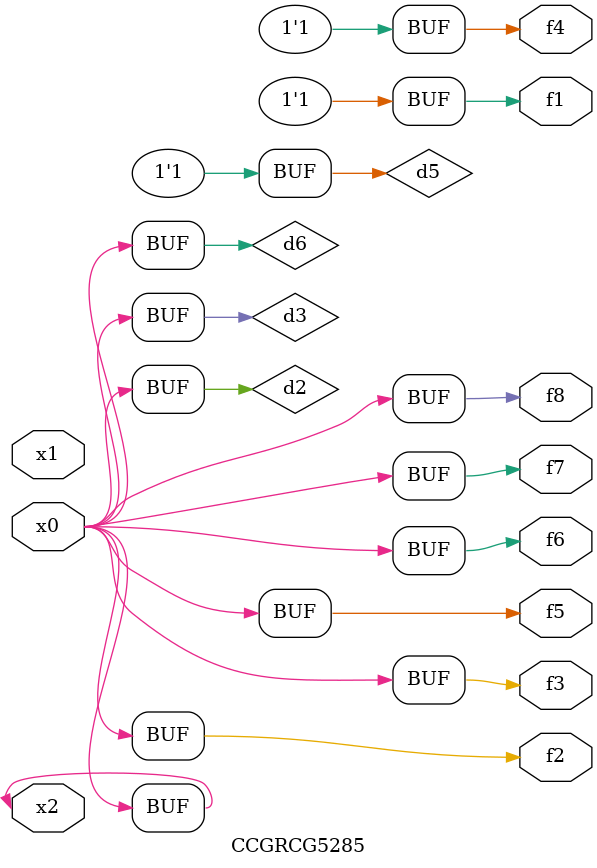
<source format=v>
module CCGRCG5285(
	input x0, x1, x2,
	output f1, f2, f3, f4, f5, f6, f7, f8
);

	wire d1, d2, d3, d4, d5, d6;

	xnor (d1, x2);
	buf (d2, x0, x2);
	and (d3, x0);
	xnor (d4, x1, x2);
	nand (d5, d1, d3);
	buf (d6, d2, d3);
	assign f1 = d5;
	assign f2 = d6;
	assign f3 = d6;
	assign f4 = d5;
	assign f5 = d6;
	assign f6 = d6;
	assign f7 = d6;
	assign f8 = d6;
endmodule

</source>
